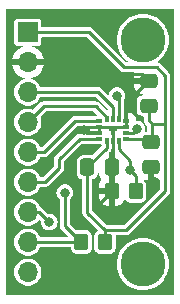
<source format=gbr>
%TF.GenerationSoftware,KiCad,Pcbnew,8.0.5*%
%TF.CreationDate,2024-09-23T16:28:14-04:00*%
%TF.ProjectId,ICM-42670-P-Breakout-Board,49434d2d-3432-4363-9730-2d502d427265,rev?*%
%TF.SameCoordinates,Original*%
%TF.FileFunction,Copper,L1,Top*%
%TF.FilePolarity,Positive*%
%FSLAX46Y46*%
G04 Gerber Fmt 4.6, Leading zero omitted, Abs format (unit mm)*
G04 Created by KiCad (PCBNEW 8.0.5) date 2024-09-23 16:28:14*
%MOMM*%
%LPD*%
G01*
G04 APERTURE LIST*
G04 Aperture macros list*
%AMRoundRect*
0 Rectangle with rounded corners*
0 $1 Rounding radius*
0 $2 $3 $4 $5 $6 $7 $8 $9 X,Y pos of 4 corners*
0 Add a 4 corners polygon primitive as box body*
4,1,4,$2,$3,$4,$5,$6,$7,$8,$9,$2,$3,0*
0 Add four circle primitives for the rounded corners*
1,1,$1+$1,$2,$3*
1,1,$1+$1,$4,$5*
1,1,$1+$1,$6,$7*
1,1,$1+$1,$8,$9*
0 Add four rect primitives between the rounded corners*
20,1,$1+$1,$2,$3,$4,$5,0*
20,1,$1+$1,$4,$5,$6,$7,0*
20,1,$1+$1,$6,$7,$8,$9,0*
20,1,$1+$1,$8,$9,$2,$3,0*%
G04 Aperture macros list end*
%TA.AperFunction,SMDPad,CuDef*%
%ADD10RoundRect,0.250000X-0.475000X0.337500X-0.475000X-0.337500X0.475000X-0.337500X0.475000X0.337500X0*%
%TD*%
%TA.AperFunction,SMDPad,CuDef*%
%ADD11RoundRect,0.250000X0.475000X-0.337500X0.475000X0.337500X-0.475000X0.337500X-0.475000X-0.337500X0*%
%TD*%
%TA.AperFunction,SMDPad,CuDef*%
%ADD12R,0.600000X0.300000*%
%TD*%
%TA.AperFunction,SMDPad,CuDef*%
%ADD13R,0.300000X0.600000*%
%TD*%
%TA.AperFunction,ConnectorPad*%
%ADD14C,3.800000*%
%TD*%
%TA.AperFunction,ComponentPad*%
%ADD15C,2.600000*%
%TD*%
%TA.AperFunction,SMDPad,CuDef*%
%ADD16RoundRect,0.250000X-0.350000X-0.450000X0.350000X-0.450000X0.350000X0.450000X-0.350000X0.450000X0*%
%TD*%
%TA.AperFunction,ComponentPad*%
%ADD17R,1.700000X1.700000*%
%TD*%
%TA.AperFunction,ComponentPad*%
%ADD18O,1.700000X1.700000*%
%TD*%
%TA.AperFunction,SMDPad,CuDef*%
%ADD19RoundRect,0.250000X-0.337500X-0.475000X0.337500X-0.475000X0.337500X0.475000X-0.337500X0.475000X0*%
%TD*%
%TA.AperFunction,SMDPad,CuDef*%
%ADD20RoundRect,0.250000X0.350000X0.450000X-0.350000X0.450000X-0.350000X-0.450000X0.350000X-0.450000X0*%
%TD*%
%TA.AperFunction,ViaPad*%
%ADD21C,0.800000*%
%TD*%
%TA.AperFunction,Conductor*%
%ADD22C,0.250000*%
%TD*%
G04 APERTURE END LIST*
D10*
%TO.P,C1,1*%
%TO.N,/VCC*%
X147300000Y-93562500D03*
%TO.P,C1,2*%
%TO.N,GND*%
X147300000Y-95637500D03*
%TD*%
D11*
%TO.P,C2,1*%
%TO.N,/VCC*%
X147100000Y-90437500D03*
%TO.P,C2,2*%
%TO.N,GND*%
X147100000Y-88362500D03*
%TD*%
D12*
%TO.P,IC1,1,AP_SDO_/_AP_AD0*%
%TO.N,/SDO{slash}ADO*%
X142900000Y-91750000D03*
%TO.P,IC1,2,RESV_1*%
%TO.N,GND*%
X142900000Y-92250000D03*
%TO.P,IC1,3,RESV_2*%
X142900000Y-92750000D03*
%TO.P,IC1,4,INT1_/_INT*%
%TO.N,/INT1*%
X142900000Y-93250000D03*
D13*
%TO.P,IC1,5,VDDIO*%
%TO.N,/VCC*%
X143550000Y-93400000D03*
%TO.P,IC1,6,GND*%
%TO.N,GND*%
X144050000Y-93400000D03*
%TO.P,IC1,7,FSYNC*%
%TO.N,/FSYNC*%
X144550000Y-93400000D03*
D12*
%TO.P,IC1,8,VDD*%
%TO.N,/VCC*%
X145200000Y-93250000D03*
%TO.P,IC1,9,INT2*%
%TO.N,/INT2*%
X145200000Y-92750000D03*
%TO.P,IC1,10,RESV_3*%
%TO.N,GND*%
X145200000Y-92250000D03*
%TO.P,IC1,11,RESV_4*%
X145200000Y-91750000D03*
D13*
%TO.P,IC1,12,AP_CS*%
%TO.N,/CS*%
X144550000Y-91600000D03*
%TO.P,IC1,13,AP_SCL_/_AP_SCLK*%
%TO.N,/SCL{slash}SCLK*%
X144050000Y-91600000D03*
%TO.P,IC1,14,AP_SDA_/_AP_SDIO_/_AP_SDI*%
%TO.N,/SDA{slash}SDIO{slash}SDI*%
X143550000Y-91600000D03*
%TD*%
D14*
%TO.P,H2,1*%
%TO.N,N/C*%
X146610000Y-103860000D03*
D15*
X146610000Y-103860000D03*
%TD*%
D14*
%TO.P,H1,1*%
%TO.N,N/C*%
X146610000Y-84890000D03*
D15*
X146610000Y-84890000D03*
%TD*%
D16*
%TO.P,R2,1*%
%TO.N,/CS*%
X141400000Y-102000000D03*
%TO.P,R2,2*%
%TO.N,/VCC*%
X143400000Y-102000000D03*
%TD*%
D17*
%TO.P,J1,1,Pin_1*%
%TO.N,/VCC*%
X136870000Y-84220000D03*
D18*
%TO.P,J1,2,Pin_2*%
%TO.N,GND*%
X136870000Y-86760000D03*
%TO.P,J1,3,Pin_3*%
%TO.N,/SCL{slash}SCLK*%
X136870000Y-89300000D03*
%TO.P,J1,4,Pin_4*%
%TO.N,/SDA{slash}SDIO{slash}SDI*%
X136870000Y-91840000D03*
%TO.P,J1,5,Pin_5*%
%TO.N,/SDO{slash}ADO*%
X136870000Y-94380000D03*
%TO.P,J1,6,Pin_6*%
%TO.N,/INT1*%
X136870000Y-96920000D03*
%TO.P,J1,7,Pin_7*%
%TO.N,/INT2*%
X136870000Y-99460000D03*
%TO.P,J1,8,Pin_8*%
%TO.N,/CS*%
X136870000Y-102000000D03*
%TO.P,J1,9,Pin_9*%
%TO.N,/FSYNC*%
X136870000Y-104540000D03*
%TD*%
D19*
%TO.P,C3,1*%
%TO.N,/VCC*%
X141900000Y-95664000D03*
%TO.P,C3,2*%
%TO.N,GND*%
X143975000Y-95664000D03*
%TD*%
D20*
%TO.P,R1,1*%
%TO.N,/FSYNC*%
X146000000Y-97700000D03*
%TO.P,R1,2*%
%TO.N,GND*%
X144000000Y-97700000D03*
%TD*%
D21*
%TO.N,GND*%
X142900000Y-99000000D03*
X144100000Y-87800000D03*
X147600000Y-96900000D03*
X141600000Y-92500000D03*
%TO.N,/FSYNC*%
X145500000Y-95900000D03*
%TO.N,/INT2*%
X146103165Y-92422891D03*
X138675500Y-100300000D03*
%TO.N,/CS*%
X144400000Y-89600000D03*
X140000000Y-97800000D03*
%TD*%
D22*
%TO.N,/VCC*%
X148500000Y-87900000D02*
X147800000Y-87200000D01*
X145200000Y-93250000D02*
X146987500Y-93250000D01*
X147100000Y-91700000D02*
X147400000Y-92000000D01*
X148500000Y-91500000D02*
X148500000Y-87900000D01*
X141900000Y-95664000D02*
X143550000Y-94014000D01*
X141900000Y-99500000D02*
X141900000Y-95664000D01*
X143550000Y-94014000D02*
X143550000Y-93400000D01*
X147400000Y-93462500D02*
X147300000Y-93562500D01*
X147400000Y-92000000D02*
X147400000Y-93462500D01*
X145000000Y-87200000D02*
X142020000Y-84220000D01*
X145200000Y-101000000D02*
X143400000Y-101000000D01*
X148500000Y-92000000D02*
X148500000Y-91500000D01*
X148500000Y-97700000D02*
X148500000Y-92000000D01*
X148500000Y-97700000D02*
X145200000Y-101000000D01*
X143400000Y-101000000D02*
X141900000Y-99500000D01*
X146987500Y-93250000D02*
X147300000Y-93562500D01*
X147100000Y-90437500D02*
X147100000Y-91700000D01*
X147400000Y-92000000D02*
X148500000Y-92000000D01*
X143400000Y-102000000D02*
X143400000Y-101000000D01*
X142020000Y-84220000D02*
X136870000Y-84220000D01*
X147800000Y-87200000D02*
X145000000Y-87200000D01*
%TO.N,GND*%
X141850000Y-92750000D02*
X141600000Y-92500000D01*
X145200000Y-91750000D02*
X145200000Y-90200000D01*
X143060000Y-86760000D02*
X136870000Y-86760000D01*
X145200000Y-90200000D02*
X147037500Y-88362500D01*
X143975000Y-97675000D02*
X144000000Y-97700000D01*
X143975000Y-95664000D02*
X143975000Y-97675000D01*
X147300000Y-96600000D02*
X147600000Y-96900000D01*
X142900000Y-92250000D02*
X144050000Y-92250000D01*
X144050000Y-92250000D02*
X145200000Y-92250000D01*
X144100000Y-87800000D02*
X143060000Y-86760000D01*
X142900000Y-92750000D02*
X142900000Y-92250000D01*
X144100000Y-87800000D02*
X146537500Y-87800000D01*
X142900000Y-92750000D02*
X141850000Y-92750000D01*
X144050000Y-95589000D02*
X144050000Y-93400000D01*
X143975000Y-95664000D02*
X144050000Y-95589000D01*
X142900000Y-98800000D02*
X144000000Y-97700000D01*
X147300000Y-95637500D02*
X147300000Y-96600000D01*
X142900000Y-99000000D02*
X142900000Y-98800000D01*
X146537500Y-87800000D02*
X147100000Y-88362500D01*
X145200000Y-92250000D02*
X145200000Y-91750000D01*
X147037500Y-88362500D02*
X147100000Y-88362500D01*
X144050000Y-93400000D02*
X144050000Y-92250000D01*
%TO.N,/SDO{slash}ADO*%
X142900000Y-91750000D02*
X140850000Y-91750000D01*
X140850000Y-91750000D02*
X138220000Y-94380000D01*
X138220000Y-94380000D02*
X136870000Y-94380000D01*
%TO.N,/INT1*%
X141250000Y-93250000D02*
X139500000Y-95000000D01*
X139500000Y-95000000D02*
X139500000Y-95700000D01*
X139500000Y-95700000D02*
X138280000Y-96920000D01*
X138280000Y-96920000D02*
X136870000Y-96920000D01*
X142900000Y-93250000D02*
X141250000Y-93250000D01*
%TO.N,/FSYNC*%
X145500000Y-95100000D02*
X145500000Y-95900000D01*
X146000000Y-97700000D02*
X146000000Y-96400000D01*
X144550000Y-93400000D02*
X144550000Y-94150000D01*
X144550000Y-94150000D02*
X145500000Y-95100000D01*
X146000000Y-96400000D02*
X145500000Y-95900000D01*
%TO.N,/INT2*%
X146103165Y-92422891D02*
X145776056Y-92750000D01*
X136870000Y-99460000D02*
X137835500Y-99460000D01*
X137835500Y-99460000D02*
X138675500Y-100300000D01*
X145776056Y-92750000D02*
X145200000Y-92750000D01*
%TO.N,/CS*%
X140000000Y-100600000D02*
X140000000Y-97800000D01*
X141400000Y-102000000D02*
X140000000Y-100600000D01*
X144400000Y-89600000D02*
X144550000Y-89750000D01*
X141400000Y-102000000D02*
X136870000Y-102000000D01*
X144550000Y-89750000D02*
X144550000Y-91600000D01*
%TO.N,/SCL{slash}SCLK*%
X142800000Y-89300000D02*
X144050000Y-90550000D01*
X144050000Y-90550000D02*
X144050000Y-91600000D01*
X136870000Y-89300000D02*
X142800000Y-89300000D01*
%TO.N,/SDA{slash}SDIO{slash}SDI*%
X143550000Y-91600000D02*
X143550000Y-91450000D01*
X138210000Y-90500000D02*
X136870000Y-91840000D01*
X143550000Y-91450000D02*
X142600000Y-90500000D01*
X142600000Y-90500000D02*
X138210000Y-90500000D01*
%TD*%
%TA.AperFunction,Conductor*%
%TO.N,GND*%
G36*
X141858104Y-84659852D02*
G01*
X144659515Y-87461263D01*
X144738737Y-87540485D01*
X144771698Y-87559515D01*
X144835760Y-87596502D01*
X144835762Y-87596502D01*
X144835763Y-87596503D01*
X144862817Y-87603752D01*
X144943978Y-87625500D01*
X144943981Y-87625500D01*
X144943982Y-87625500D01*
X145893026Y-87625500D01*
X145927674Y-87639852D01*
X145942026Y-87674500D01*
X145934729Y-87700226D01*
X145933344Y-87702470D01*
X145933342Y-87702474D01*
X145877605Y-87870678D01*
X145867000Y-87974489D01*
X145867000Y-88108500D01*
X147305000Y-88108500D01*
X147339648Y-88122852D01*
X147354000Y-88157500D01*
X147354000Y-88567500D01*
X147339648Y-88602148D01*
X147305000Y-88616500D01*
X145867000Y-88616500D01*
X145867000Y-88750510D01*
X145877605Y-88854321D01*
X145933342Y-89022525D01*
X146026364Y-89173338D01*
X146151661Y-89298635D01*
X146302474Y-89391657D01*
X146470678Y-89447394D01*
X146551496Y-89455650D01*
X146584506Y-89473448D01*
X146595262Y-89509376D01*
X146577464Y-89542386D01*
X146552359Y-89553046D01*
X146493443Y-89560121D01*
X146493437Y-89560122D01*
X146493436Y-89560123D01*
X146409034Y-89593407D01*
X146352655Y-89615640D01*
X146232078Y-89707078D01*
X146140640Y-89827655D01*
X146140639Y-89827658D01*
X146101098Y-89927928D01*
X146085123Y-89968437D01*
X146085121Y-89968443D01*
X146074500Y-90056894D01*
X146074500Y-90818105D01*
X146085121Y-90906556D01*
X146085122Y-90906560D01*
X146085123Y-90906564D01*
X146125500Y-91008952D01*
X146140640Y-91047344D01*
X146151445Y-91061592D01*
X146232078Y-91167922D01*
X146295283Y-91215852D01*
X146347086Y-91255136D01*
X146352658Y-91259361D01*
X146493436Y-91314877D01*
X146493442Y-91314877D01*
X146493443Y-91314878D01*
X146581895Y-91325500D01*
X146581898Y-91325500D01*
X146625500Y-91325500D01*
X146660148Y-91339852D01*
X146674500Y-91374500D01*
X146674500Y-91756021D01*
X146703496Y-91864235D01*
X146703497Y-91864239D01*
X146759515Y-91961263D01*
X146960148Y-92161896D01*
X146974500Y-92196544D01*
X146974500Y-92625500D01*
X146960148Y-92660148D01*
X146925500Y-92674500D01*
X146827916Y-92674500D01*
X146793268Y-92660148D01*
X146778916Y-92625500D01*
X146782100Y-92608124D01*
X146788303Y-92591767D01*
X146788305Y-92591763D01*
X146808810Y-92422891D01*
X146788305Y-92254019D01*
X146727983Y-92094961D01*
X146698544Y-92052312D01*
X146631348Y-91954962D01*
X146553108Y-91885648D01*
X146504017Y-91842157D01*
X146504009Y-91842153D01*
X146504008Y-91842152D01*
X146353389Y-91763100D01*
X146188221Y-91722391D01*
X146057000Y-91722391D01*
X146022352Y-91708039D01*
X146008000Y-91673391D01*
X146008000Y-91551403D01*
X146001496Y-91490909D01*
X145950444Y-91354035D01*
X145862903Y-91237096D01*
X145745964Y-91149555D01*
X145609090Y-91098503D01*
X145548596Y-91092000D01*
X145350000Y-91092000D01*
X145350000Y-91851000D01*
X145335648Y-91885648D01*
X145301000Y-91900000D01*
X145099000Y-91900000D01*
X145064352Y-91885648D01*
X145050000Y-91851000D01*
X145050000Y-91092000D01*
X145024500Y-91092000D01*
X144989852Y-91077648D01*
X144975500Y-91043000D01*
X144975500Y-90014647D01*
X144984173Y-89986812D01*
X145024818Y-89927930D01*
X145085140Y-89768872D01*
X145105645Y-89600000D01*
X145085140Y-89431128D01*
X145024818Y-89272070D01*
X144928183Y-89132071D01*
X144800852Y-89019266D01*
X144800844Y-89019262D01*
X144800843Y-89019261D01*
X144650224Y-88940209D01*
X144485056Y-88899500D01*
X144314944Y-88899500D01*
X144149775Y-88940209D01*
X143999156Y-89019261D01*
X143999151Y-89019264D01*
X143999148Y-89019266D01*
X143973069Y-89042369D01*
X143871816Y-89132071D01*
X143775182Y-89272068D01*
X143775181Y-89272070D01*
X143714861Y-89431124D01*
X143714861Y-89431125D01*
X143714860Y-89431128D01*
X143707286Y-89493506D01*
X143688862Y-89526171D01*
X143652736Y-89536242D01*
X143623995Y-89522247D01*
X143061263Y-88959515D01*
X142964239Y-88903497D01*
X142964235Y-88903496D01*
X142856021Y-88874500D01*
X142856018Y-88874500D01*
X137973706Y-88874500D01*
X137939058Y-88860148D01*
X137929843Y-88847341D01*
X137852367Y-88691747D01*
X137852366Y-88691746D01*
X137852366Y-88691745D01*
X137723872Y-88521593D01*
X137723871Y-88521592D01*
X137566306Y-88377951D01*
X137566303Y-88377949D01*
X137566302Y-88377948D01*
X137385019Y-88265702D01*
X137385016Y-88265701D01*
X137385015Y-88265700D01*
X137186199Y-88188679D01*
X137162665Y-88184279D01*
X137131244Y-88163804D01*
X137123505Y-88127109D01*
X137143980Y-88095688D01*
X137163606Y-88087782D01*
X137204513Y-88080956D01*
X137417369Y-88007882D01*
X137417379Y-88007878D01*
X137615291Y-87900773D01*
X137615305Y-87900764D01*
X137792897Y-87762539D01*
X137945326Y-87596956D01*
X138068415Y-87408555D01*
X138068419Y-87408549D01*
X138158820Y-87202455D01*
X138206543Y-87014000D01*
X137300703Y-87014000D01*
X137335925Y-86952993D01*
X137370000Y-86825826D01*
X137370000Y-86694174D01*
X137335925Y-86567007D01*
X137300703Y-86506000D01*
X138206543Y-86506000D01*
X138158820Y-86317544D01*
X138068419Y-86111450D01*
X138068415Y-86111444D01*
X137945326Y-85923043D01*
X137792897Y-85757460D01*
X137615305Y-85619235D01*
X137615291Y-85619226D01*
X137417379Y-85512121D01*
X137417369Y-85512117D01*
X137282581Y-85465844D01*
X137254470Y-85441020D01*
X137252146Y-85403589D01*
X137276970Y-85375478D01*
X137298489Y-85370499D01*
X137764864Y-85370499D01*
X137789991Y-85367585D01*
X137892765Y-85322206D01*
X137972206Y-85242765D01*
X138017585Y-85139991D01*
X138020500Y-85114865D01*
X138020500Y-84694500D01*
X138034852Y-84659852D01*
X138069500Y-84645500D01*
X141823456Y-84645500D01*
X141858104Y-84659852D01*
G37*
%TD.AperFunction*%
%TA.AperFunction,Conductor*%
G36*
X149235648Y-82264352D02*
G01*
X149250000Y-82299000D01*
X149250000Y-106451000D01*
X149235648Y-106485648D01*
X149201000Y-106500000D01*
X135049000Y-106500000D01*
X135014352Y-106485648D01*
X135000000Y-106451000D01*
X135000000Y-104540000D01*
X135714571Y-104540000D01*
X135734243Y-104752306D01*
X135734244Y-104752312D01*
X135792593Y-104957384D01*
X135792597Y-104957394D01*
X135887632Y-105148252D01*
X135887635Y-105148256D01*
X136016125Y-105318404D01*
X136016128Y-105318407D01*
X136173693Y-105462048D01*
X136173694Y-105462049D01*
X136173698Y-105462052D01*
X136354981Y-105574298D01*
X136354984Y-105574299D01*
X136553796Y-105651319D01*
X136553797Y-105651319D01*
X136553802Y-105651321D01*
X136763390Y-105690500D01*
X136763392Y-105690500D01*
X136976608Y-105690500D01*
X136976610Y-105690500D01*
X137186198Y-105651321D01*
X137385019Y-105574298D01*
X137566302Y-105462052D01*
X137723872Y-105318407D01*
X137852366Y-105148255D01*
X137947405Y-104957389D01*
X138005756Y-104752310D01*
X138025429Y-104540000D01*
X138005756Y-104327690D01*
X137947405Y-104122611D01*
X137852366Y-103931745D01*
X137798185Y-103859999D01*
X144404778Y-103859999D01*
X144404778Y-103860000D01*
X144423643Y-104147833D01*
X144479917Y-104430747D01*
X144572640Y-104703900D01*
X144700222Y-104962611D01*
X144860479Y-105202454D01*
X144961808Y-105317997D01*
X145050673Y-105419327D01*
X145166216Y-105520655D01*
X145267545Y-105609520D01*
X145388741Y-105690500D01*
X145507389Y-105769778D01*
X145766098Y-105897359D01*
X146039247Y-105990081D01*
X146322161Y-106046356D01*
X146562026Y-106062077D01*
X146609999Y-106065222D01*
X146610000Y-106065222D01*
X146610001Y-106065222D01*
X146651119Y-106062526D01*
X146897839Y-106046356D01*
X147180753Y-105990081D01*
X147453902Y-105897359D01*
X147712611Y-105769778D01*
X147952454Y-105609520D01*
X148169327Y-105419327D01*
X148359520Y-105202454D01*
X148519778Y-104962611D01*
X148647359Y-104703902D01*
X148740081Y-104430753D01*
X148796356Y-104147839D01*
X148815222Y-103860000D01*
X148796356Y-103572161D01*
X148740081Y-103289247D01*
X148647359Y-103016098D01*
X148519778Y-102757389D01*
X148466600Y-102677803D01*
X148359520Y-102517545D01*
X148270655Y-102416216D01*
X148169327Y-102300673D01*
X148067997Y-102211808D01*
X147952454Y-102110479D01*
X147712611Y-101950222D01*
X147453900Y-101822640D01*
X147180747Y-101729917D01*
X146952569Y-101684530D01*
X146897839Y-101673644D01*
X146897837Y-101673643D01*
X146897833Y-101673643D01*
X146610001Y-101654778D01*
X146609999Y-101654778D01*
X146322166Y-101673643D01*
X146039252Y-101729917D01*
X145766099Y-101822640D01*
X145507388Y-101950222D01*
X145267545Y-102110479D01*
X145050673Y-102300673D01*
X144860479Y-102517545D01*
X144700222Y-102757388D01*
X144572640Y-103016099D01*
X144479917Y-103289252D01*
X144423643Y-103572166D01*
X144404778Y-103859999D01*
X137798185Y-103859999D01*
X137723872Y-103761593D01*
X137723871Y-103761592D01*
X137566306Y-103617951D01*
X137566303Y-103617949D01*
X137566302Y-103617948D01*
X137385019Y-103505702D01*
X137385016Y-103505701D01*
X137385015Y-103505700D01*
X137186203Y-103428680D01*
X137186198Y-103428679D01*
X136976610Y-103389500D01*
X136763390Y-103389500D01*
X136605236Y-103419064D01*
X136553796Y-103428680D01*
X136354984Y-103505700D01*
X136173693Y-103617951D01*
X136016128Y-103761592D01*
X136016125Y-103761595D01*
X135887635Y-103931743D01*
X135887632Y-103931747D01*
X135792597Y-104122605D01*
X135792593Y-104122615D01*
X135734244Y-104327687D01*
X135734243Y-104327693D01*
X135714571Y-104540000D01*
X135000000Y-104540000D01*
X135000000Y-102000000D01*
X135714571Y-102000000D01*
X135734243Y-102212306D01*
X135734244Y-102212312D01*
X135792593Y-102417384D01*
X135792597Y-102417394D01*
X135887632Y-102608252D01*
X135887635Y-102608256D01*
X136016125Y-102778404D01*
X136016128Y-102778407D01*
X136173693Y-102922048D01*
X136173694Y-102922049D01*
X136173698Y-102922052D01*
X136354981Y-103034298D01*
X136354984Y-103034299D01*
X136553796Y-103111319D01*
X136553797Y-103111319D01*
X136553802Y-103111321D01*
X136763390Y-103150500D01*
X136763392Y-103150500D01*
X136976608Y-103150500D01*
X136976610Y-103150500D01*
X137186198Y-103111321D01*
X137385019Y-103034298D01*
X137566302Y-102922052D01*
X137723872Y-102778407D01*
X137852366Y-102608255D01*
X137929843Y-102452659D01*
X137958134Y-102428040D01*
X137973706Y-102425500D01*
X140450500Y-102425500D01*
X140485148Y-102439852D01*
X140499500Y-102474500D01*
X140499500Y-102493105D01*
X140510121Y-102581556D01*
X140510122Y-102581560D01*
X140510123Y-102581564D01*
X140565639Y-102722342D01*
X140565640Y-102722344D01*
X140592215Y-102757388D01*
X140657078Y-102842922D01*
X140777658Y-102934361D01*
X140918436Y-102989877D01*
X140918442Y-102989877D01*
X140918443Y-102989878D01*
X141006895Y-103000500D01*
X141006898Y-103000500D01*
X141793105Y-103000500D01*
X141881556Y-102989878D01*
X141881556Y-102989877D01*
X141881564Y-102989877D01*
X142022342Y-102934361D01*
X142142922Y-102842922D01*
X142234361Y-102722342D01*
X142289877Y-102581564D01*
X142300500Y-102493102D01*
X142300500Y-101506898D01*
X142298573Y-101490852D01*
X142289878Y-101418443D01*
X142289877Y-101418442D01*
X142289877Y-101418436D01*
X142234361Y-101277658D01*
X142142922Y-101157078D01*
X142038574Y-101077948D01*
X142022344Y-101065640D01*
X142022342Y-101065639D01*
X141881564Y-101010123D01*
X141881560Y-101010122D01*
X141881556Y-101010121D01*
X141793105Y-100999500D01*
X141793102Y-100999500D01*
X141021544Y-100999500D01*
X140986896Y-100985148D01*
X140439852Y-100438104D01*
X140425500Y-100403456D01*
X140425500Y-98380950D01*
X140439852Y-98346302D01*
X140442007Y-98344273D01*
X140487104Y-98304321D01*
X140528183Y-98267929D01*
X140624818Y-98127930D01*
X140685140Y-97968872D01*
X140705645Y-97800000D01*
X140685140Y-97631128D01*
X140624818Y-97472070D01*
X140528183Y-97332071D01*
X140400852Y-97219266D01*
X140400844Y-97219262D01*
X140400843Y-97219261D01*
X140250224Y-97140209D01*
X140085056Y-97099500D01*
X139914944Y-97099500D01*
X139749775Y-97140209D01*
X139599156Y-97219261D01*
X139599151Y-97219264D01*
X139599148Y-97219266D01*
X139599146Y-97219268D01*
X139471816Y-97332071D01*
X139375182Y-97472068D01*
X139375181Y-97472070D01*
X139314861Y-97631125D01*
X139314860Y-97631128D01*
X139294355Y-97800000D01*
X139314860Y-97968872D01*
X139314861Y-97968874D01*
X139375181Y-98127929D01*
X139375182Y-98127931D01*
X139471816Y-98267928D01*
X139557993Y-98344273D01*
X139574411Y-98377991D01*
X139574500Y-98380950D01*
X139574500Y-100656021D01*
X139603496Y-100764235D01*
X139603497Y-100764239D01*
X139659515Y-100861263D01*
X140289104Y-101490852D01*
X140303456Y-101525500D01*
X140289104Y-101560148D01*
X140254456Y-101574500D01*
X137973706Y-101574500D01*
X137939058Y-101560148D01*
X137929843Y-101547341D01*
X137852367Y-101391747D01*
X137852366Y-101391746D01*
X137852366Y-101391745D01*
X137766211Y-101277658D01*
X137723874Y-101221595D01*
X137723871Y-101221592D01*
X137566306Y-101077951D01*
X137566303Y-101077949D01*
X137566302Y-101077948D01*
X137385019Y-100965702D01*
X137385016Y-100965701D01*
X137385015Y-100965700D01*
X137186203Y-100888680D01*
X137186198Y-100888679D01*
X136976610Y-100849500D01*
X136763390Y-100849500D01*
X136605236Y-100879064D01*
X136553796Y-100888680D01*
X136354984Y-100965700D01*
X136173693Y-101077951D01*
X136016128Y-101221592D01*
X136016125Y-101221595D01*
X135887635Y-101391743D01*
X135887632Y-101391747D01*
X135792597Y-101582605D01*
X135792593Y-101582615D01*
X135734244Y-101787687D01*
X135734243Y-101787693D01*
X135714571Y-102000000D01*
X135000000Y-102000000D01*
X135000000Y-99460000D01*
X135714571Y-99460000D01*
X135734243Y-99672306D01*
X135734244Y-99672312D01*
X135792593Y-99877384D01*
X135792597Y-99877394D01*
X135887632Y-100068252D01*
X135887635Y-100068256D01*
X136016125Y-100238404D01*
X136016128Y-100238407D01*
X136173693Y-100382048D01*
X136173694Y-100382049D01*
X136173698Y-100382052D01*
X136354981Y-100494298D01*
X136354984Y-100494299D01*
X136553796Y-100571319D01*
X136553797Y-100571319D01*
X136553802Y-100571321D01*
X136763390Y-100610500D01*
X136763392Y-100610500D01*
X136976608Y-100610500D01*
X136976610Y-100610500D01*
X137186198Y-100571321D01*
X137385019Y-100494298D01*
X137566302Y-100382052D01*
X137723872Y-100238407D01*
X137813974Y-100119091D01*
X137846307Y-100100091D01*
X137882606Y-100109518D01*
X137887725Y-100113973D01*
X137964233Y-100190481D01*
X137978585Y-100225129D01*
X137978228Y-100231035D01*
X137977333Y-100238407D01*
X137969855Y-100300000D01*
X137990360Y-100468872D01*
X137990361Y-100468874D01*
X138050681Y-100627929D01*
X138050682Y-100627931D01*
X138144770Y-100764239D01*
X138147317Y-100767929D01*
X138274648Y-100880734D01*
X138425275Y-100959790D01*
X138590444Y-101000500D01*
X138760556Y-101000500D01*
X138925725Y-100959790D01*
X139076352Y-100880734D01*
X139203683Y-100767929D01*
X139300318Y-100627930D01*
X139360640Y-100468872D01*
X139381145Y-100300000D01*
X139360640Y-100131128D01*
X139300318Y-99972070D01*
X139234967Y-99877394D01*
X139203683Y-99832071D01*
X139076352Y-99719266D01*
X139076344Y-99719262D01*
X139076343Y-99719261D01*
X138925724Y-99640209D01*
X138760556Y-99599500D01*
X138597044Y-99599500D01*
X138562396Y-99585148D01*
X138096763Y-99119515D01*
X137999739Y-99063497D01*
X137999736Y-99063496D01*
X137972684Y-99056248D01*
X137942931Y-99033418D01*
X137941503Y-99030759D01*
X137852367Y-98851747D01*
X137852366Y-98851746D01*
X137852366Y-98851745D01*
X137730128Y-98689877D01*
X137723874Y-98681595D01*
X137723871Y-98681592D01*
X137566306Y-98537951D01*
X137566303Y-98537949D01*
X137566302Y-98537948D01*
X137385019Y-98425702D01*
X137385016Y-98425701D01*
X137385015Y-98425700D01*
X137186203Y-98348680D01*
X137162628Y-98344273D01*
X136976610Y-98309500D01*
X136763390Y-98309500D01*
X136605236Y-98339064D01*
X136553796Y-98348680D01*
X136354984Y-98425700D01*
X136173693Y-98537951D01*
X136016128Y-98681592D01*
X136016125Y-98681595D01*
X135887635Y-98851743D01*
X135887632Y-98851747D01*
X135792597Y-99042605D01*
X135792593Y-99042615D01*
X135734244Y-99247687D01*
X135734243Y-99247693D01*
X135714571Y-99460000D01*
X135000000Y-99460000D01*
X135000000Y-86506000D01*
X135533457Y-86506000D01*
X136439297Y-86506000D01*
X136404075Y-86567007D01*
X136370000Y-86694174D01*
X136370000Y-86825826D01*
X136404075Y-86952993D01*
X136439297Y-87014000D01*
X135533457Y-87014000D01*
X135581179Y-87202455D01*
X135671580Y-87408549D01*
X135671584Y-87408555D01*
X135794673Y-87596956D01*
X135947102Y-87762539D01*
X136124694Y-87900764D01*
X136124708Y-87900773D01*
X136322620Y-88007878D01*
X136322630Y-88007882D01*
X136535486Y-88080956D01*
X136576394Y-88087782D01*
X136608207Y-88107641D01*
X136616661Y-88144179D01*
X136596802Y-88175992D01*
X136577335Y-88184279D01*
X136553799Y-88188679D01*
X136354984Y-88265700D01*
X136173693Y-88377951D01*
X136016128Y-88521592D01*
X136016125Y-88521595D01*
X135887635Y-88691743D01*
X135887632Y-88691747D01*
X135792597Y-88882605D01*
X135792593Y-88882615D01*
X135734244Y-89087687D01*
X135734243Y-89087693D01*
X135714571Y-89300000D01*
X135734243Y-89512306D01*
X135734244Y-89512312D01*
X135792593Y-89717384D01*
X135792597Y-89717394D01*
X135887632Y-89908252D01*
X135887633Y-89908254D01*
X135887634Y-89908255D01*
X135902492Y-89927930D01*
X136016125Y-90078404D01*
X136016128Y-90078407D01*
X136173693Y-90222048D01*
X136173694Y-90222049D01*
X136173698Y-90222052D01*
X136354981Y-90334298D01*
X136354984Y-90334299D01*
X136553796Y-90411319D01*
X136553797Y-90411319D01*
X136553802Y-90411321D01*
X136763390Y-90450500D01*
X136763392Y-90450500D01*
X136976608Y-90450500D01*
X136976610Y-90450500D01*
X137186198Y-90411321D01*
X137385019Y-90334298D01*
X137566302Y-90222052D01*
X137723872Y-90078407D01*
X137852366Y-89908255D01*
X137929843Y-89752659D01*
X137958134Y-89728040D01*
X137973706Y-89725500D01*
X142603456Y-89725500D01*
X142638104Y-89739852D01*
X143610148Y-90711896D01*
X143624500Y-90746544D01*
X143624500Y-90804456D01*
X143610148Y-90839104D01*
X143575500Y-90853456D01*
X143540852Y-90839104D01*
X142861263Y-90159515D01*
X142764239Y-90103497D01*
X142764235Y-90103496D01*
X142656021Y-90074500D01*
X142656018Y-90074500D01*
X138266018Y-90074500D01*
X138153981Y-90074500D01*
X138153978Y-90074500D01*
X138045764Y-90103496D01*
X138045760Y-90103497D01*
X137948736Y-90159515D01*
X137948735Y-90159516D01*
X137348153Y-90760097D01*
X137313505Y-90774449D01*
X137295804Y-90771140D01*
X137186203Y-90728680D01*
X137173193Y-90726248D01*
X136976610Y-90689500D01*
X136763390Y-90689500D01*
X136643583Y-90711896D01*
X136553796Y-90728680D01*
X136354984Y-90805700D01*
X136173693Y-90917951D01*
X136016128Y-91061592D01*
X136016125Y-91061595D01*
X135887635Y-91231743D01*
X135887632Y-91231747D01*
X135792597Y-91422605D01*
X135792593Y-91422615D01*
X135734244Y-91627687D01*
X135734243Y-91627693D01*
X135714571Y-91840000D01*
X135734243Y-92052306D01*
X135734244Y-92052312D01*
X135792593Y-92257384D01*
X135792597Y-92257394D01*
X135887632Y-92448252D01*
X135887633Y-92448254D01*
X135887634Y-92448255D01*
X135919757Y-92490793D01*
X136016125Y-92618404D01*
X136016128Y-92618407D01*
X136173693Y-92762048D01*
X136173694Y-92762049D01*
X136173698Y-92762052D01*
X136354981Y-92874298D01*
X136421254Y-92899972D01*
X136553796Y-92951319D01*
X136553797Y-92951319D01*
X136553802Y-92951321D01*
X136763390Y-92990500D01*
X136763392Y-92990500D01*
X136976608Y-92990500D01*
X136976610Y-92990500D01*
X137186198Y-92951321D01*
X137385019Y-92874298D01*
X137566302Y-92762052D01*
X137723872Y-92618407D01*
X137852366Y-92448255D01*
X137947405Y-92257389D01*
X138005756Y-92052310D01*
X138025429Y-91840000D01*
X138005756Y-91627690D01*
X137947405Y-91422611D01*
X137947400Y-91422600D01*
X137943751Y-91415271D01*
X137941153Y-91377858D01*
X137952963Y-91358783D01*
X138371896Y-90939852D01*
X138406544Y-90925500D01*
X142403456Y-90925500D01*
X142438104Y-90939852D01*
X142714104Y-91215852D01*
X142728456Y-91250500D01*
X142714104Y-91285148D01*
X142679456Y-91299500D01*
X142555141Y-91299500D01*
X142555131Y-91299501D01*
X142530007Y-91302415D01*
X142489446Y-91320325D01*
X142469654Y-91324500D01*
X140793979Y-91324500D01*
X140685764Y-91353496D01*
X140685760Y-91353497D01*
X140588736Y-91409515D01*
X140588736Y-91409516D01*
X138058104Y-93940148D01*
X138023456Y-93954500D01*
X137973706Y-93954500D01*
X137939058Y-93940148D01*
X137929843Y-93927341D01*
X137852367Y-93771747D01*
X137852366Y-93771746D01*
X137852366Y-93771745D01*
X137782837Y-93679675D01*
X137723874Y-93601595D01*
X137723871Y-93601592D01*
X137566306Y-93457951D01*
X137566303Y-93457949D01*
X137566302Y-93457948D01*
X137385019Y-93345702D01*
X137385016Y-93345701D01*
X137385015Y-93345700D01*
X137186203Y-93268680D01*
X137186198Y-93268679D01*
X136976610Y-93229500D01*
X136763390Y-93229500D01*
X136605236Y-93259064D01*
X136553796Y-93268680D01*
X136354984Y-93345700D01*
X136173693Y-93457951D01*
X136016128Y-93601592D01*
X136016125Y-93601595D01*
X135887635Y-93771743D01*
X135887632Y-93771747D01*
X135792597Y-93962605D01*
X135792593Y-93962615D01*
X135734244Y-94167687D01*
X135734243Y-94167693D01*
X135714571Y-94380000D01*
X135734243Y-94592306D01*
X135734244Y-94592312D01*
X135792593Y-94797384D01*
X135792597Y-94797394D01*
X135887632Y-94988252D01*
X135887635Y-94988256D01*
X136016125Y-95158404D01*
X136016128Y-95158407D01*
X136173693Y-95302048D01*
X136173694Y-95302049D01*
X136173698Y-95302052D01*
X136354981Y-95414298D01*
X136354984Y-95414299D01*
X136553796Y-95491319D01*
X136553797Y-95491319D01*
X136553802Y-95491321D01*
X136763390Y-95530500D01*
X136763392Y-95530500D01*
X136976608Y-95530500D01*
X136976610Y-95530500D01*
X137186198Y-95491321D01*
X137385019Y-95414298D01*
X137566302Y-95302052D01*
X137723872Y-95158407D01*
X137852366Y-94988255D01*
X137895161Y-94902308D01*
X137929843Y-94832659D01*
X137958134Y-94808040D01*
X137973706Y-94805500D01*
X138276021Y-94805500D01*
X138276021Y-94805499D01*
X138384237Y-94776503D01*
X138481263Y-94720485D01*
X141011896Y-92189852D01*
X141046544Y-92175500D01*
X142469654Y-92175500D01*
X142489446Y-92179675D01*
X142499998Y-92184334D01*
X142530009Y-92197585D01*
X142555135Y-92200500D01*
X143244864Y-92200499D01*
X143269991Y-92197585D01*
X143280204Y-92193074D01*
X143317697Y-92192205D01*
X143319758Y-92193058D01*
X143330009Y-92197585D01*
X143355135Y-92200500D01*
X143744864Y-92200499D01*
X143769991Y-92197585D01*
X143780204Y-92193074D01*
X143817697Y-92192205D01*
X143819758Y-92193058D01*
X143830009Y-92197585D01*
X143855135Y-92200500D01*
X144244864Y-92200499D01*
X144269991Y-92197585D01*
X144280204Y-92193074D01*
X144317697Y-92192205D01*
X144319758Y-92193058D01*
X144330009Y-92197585D01*
X144355135Y-92200500D01*
X144744864Y-92200499D01*
X144769991Y-92197585D01*
X144872765Y-92152206D01*
X144910619Y-92114351D01*
X144945266Y-92100000D01*
X145301000Y-92100000D01*
X145335648Y-92114352D01*
X145350000Y-92149000D01*
X145350000Y-92250500D01*
X145335648Y-92285148D01*
X145301000Y-92299500D01*
X144855141Y-92299500D01*
X144855131Y-92299501D01*
X144830007Y-92302415D01*
X144727235Y-92347793D01*
X144708308Y-92366720D01*
X144689380Y-92385648D01*
X144654734Y-92400000D01*
X144392000Y-92400000D01*
X144392000Y-92448596D01*
X144398503Y-92509090D01*
X144414195Y-92551160D01*
X144412856Y-92588639D01*
X144385408Y-92614195D01*
X144351160Y-92614195D01*
X144309090Y-92598503D01*
X144248596Y-92592000D01*
X144200000Y-92592000D01*
X144200000Y-92854732D01*
X144185648Y-92889380D01*
X144147794Y-92927233D01*
X144102415Y-93030006D01*
X144099500Y-93055134D01*
X144099500Y-93744858D01*
X144099501Y-93744864D01*
X144102415Y-93769991D01*
X144120325Y-93810554D01*
X144124500Y-93830344D01*
X144124500Y-94206021D01*
X144153496Y-94314235D01*
X144153497Y-94314239D01*
X144209515Y-94411263D01*
X144214648Y-94416396D01*
X144229000Y-94451044D01*
X144229000Y-96449000D01*
X144239648Y-96459648D01*
X144254000Y-96494296D01*
X144254000Y-98908000D01*
X144400510Y-98908000D01*
X144504321Y-98897394D01*
X144672525Y-98841657D01*
X144823338Y-98748635D01*
X144948635Y-98623338D01*
X145041657Y-98472525D01*
X145041658Y-98472523D01*
X145064790Y-98402713D01*
X145089311Y-98374337D01*
X145126715Y-98371612D01*
X145155091Y-98396133D01*
X145156886Y-98400148D01*
X145165638Y-98422342D01*
X145203694Y-98472525D01*
X145257078Y-98542922D01*
X145377658Y-98634361D01*
X145518436Y-98689877D01*
X145518442Y-98689877D01*
X145518443Y-98689878D01*
X145606895Y-98700500D01*
X145606898Y-98700500D01*
X146393105Y-98700500D01*
X146481556Y-98689878D01*
X146481556Y-98689877D01*
X146481564Y-98689877D01*
X146622342Y-98634361D01*
X146742922Y-98542922D01*
X146834361Y-98422342D01*
X146889877Y-98281564D01*
X146891514Y-98267929D01*
X146900500Y-98193105D01*
X146900500Y-97206894D01*
X146889878Y-97118443D01*
X146889877Y-97118442D01*
X146889877Y-97118436D01*
X146834361Y-96977658D01*
X146742922Y-96857078D01*
X146688087Y-96815495D01*
X146669151Y-96783124D01*
X146678652Y-96746844D01*
X146711023Y-96727908D01*
X146722675Y-96727706D01*
X146774490Y-96733000D01*
X147046000Y-96733000D01*
X147046000Y-95432500D01*
X147060352Y-95397852D01*
X147095000Y-95383500D01*
X147505000Y-95383500D01*
X147539648Y-95397852D01*
X147554000Y-95432500D01*
X147554000Y-96733000D01*
X147825510Y-96733000D01*
X147929321Y-96722394D01*
X148010087Y-96695631D01*
X148047491Y-96698356D01*
X148072013Y-96726731D01*
X148074500Y-96742144D01*
X148074500Y-97503456D01*
X148060148Y-97538104D01*
X145038104Y-100560148D01*
X145003456Y-100574500D01*
X143596543Y-100574500D01*
X143561895Y-100560148D01*
X142339852Y-99338104D01*
X142325500Y-99303456D01*
X142325500Y-98200510D01*
X142892000Y-98200510D01*
X142902605Y-98304321D01*
X142958342Y-98472525D01*
X143051364Y-98623338D01*
X143176661Y-98748635D01*
X143327474Y-98841657D01*
X143495678Y-98897394D01*
X143599490Y-98908000D01*
X143746000Y-98908000D01*
X143746000Y-97954000D01*
X142892000Y-97954000D01*
X142892000Y-98200510D01*
X142325500Y-98200510D01*
X142325500Y-96727576D01*
X142339852Y-96692928D01*
X142366142Y-96680149D01*
X142366016Y-96679647D01*
X142368434Y-96679035D01*
X142368661Y-96678925D01*
X142369064Y-96678877D01*
X142509842Y-96623361D01*
X142630422Y-96531922D01*
X142721861Y-96411342D01*
X142777377Y-96270564D01*
X142784453Y-96211639D01*
X142802833Y-96178951D01*
X142838945Y-96168832D01*
X142871635Y-96187213D01*
X142881849Y-96212503D01*
X142890105Y-96293321D01*
X142945842Y-96461525D01*
X143038864Y-96612338D01*
X143092628Y-96666102D01*
X143106980Y-96700750D01*
X143092628Y-96735398D01*
X143051364Y-96776661D01*
X142958342Y-96927474D01*
X142902605Y-97095678D01*
X142892000Y-97199489D01*
X142892000Y-97446000D01*
X143746000Y-97446000D01*
X143746000Y-96940000D01*
X143735352Y-96929352D01*
X143721000Y-96894704D01*
X143721000Y-94465042D01*
X143735352Y-94430394D01*
X143765684Y-94400062D01*
X143807228Y-94358517D01*
X143807233Y-94358514D01*
X143811261Y-94354485D01*
X143811263Y-94354485D01*
X143890485Y-94275263D01*
X143946503Y-94178237D01*
X143975499Y-94070021D01*
X143975500Y-94070021D01*
X143975500Y-93830344D01*
X143979676Y-93810551D01*
X143997583Y-93769996D01*
X143997584Y-93769993D01*
X143997583Y-93769993D01*
X143997585Y-93769991D01*
X144000500Y-93744865D01*
X144000499Y-93055136D01*
X143997585Y-93030009D01*
X143952206Y-92927235D01*
X143952205Y-92927234D01*
X143952205Y-92927233D01*
X143914352Y-92889380D01*
X143900000Y-92854732D01*
X143900000Y-92592000D01*
X143851404Y-92592000D01*
X143790907Y-92598504D01*
X143774123Y-92604764D01*
X143736644Y-92603424D01*
X143711089Y-92575976D01*
X143708000Y-92558853D01*
X143708000Y-92551413D01*
X143703035Y-92505239D01*
X143703035Y-92494761D01*
X143708000Y-92448586D01*
X143708000Y-92400000D01*
X142092000Y-92400000D01*
X142092000Y-92448596D01*
X142096963Y-92494762D01*
X142096963Y-92505238D01*
X142092000Y-92551403D01*
X142092000Y-92600000D01*
X143001000Y-92600000D01*
X143035648Y-92614352D01*
X143050000Y-92649000D01*
X143050000Y-92750500D01*
X143035648Y-92785148D01*
X143001000Y-92799500D01*
X142555141Y-92799500D01*
X142555131Y-92799501D01*
X142530007Y-92802415D01*
X142489446Y-92820325D01*
X142469654Y-92824500D01*
X141193979Y-92824500D01*
X141085764Y-92853496D01*
X141085760Y-92853497D01*
X140988736Y-92909515D01*
X140988736Y-92909516D01*
X139159516Y-94738736D01*
X139159515Y-94738736D01*
X139103497Y-94835760D01*
X139103496Y-94835764D01*
X139074500Y-94943978D01*
X139074500Y-95503456D01*
X139060148Y-95538104D01*
X138118104Y-96480148D01*
X138083456Y-96494500D01*
X137973706Y-96494500D01*
X137939058Y-96480148D01*
X137929843Y-96467341D01*
X137852367Y-96311747D01*
X137852366Y-96311746D01*
X137852366Y-96311745D01*
X137754466Y-96182105D01*
X137723874Y-96141595D01*
X137723871Y-96141592D01*
X137566306Y-95997951D01*
X137566303Y-95997949D01*
X137566302Y-95997948D01*
X137385019Y-95885702D01*
X137385016Y-95885701D01*
X137385015Y-95885700D01*
X137186203Y-95808680D01*
X137186198Y-95808679D01*
X136976610Y-95769500D01*
X136763390Y-95769500D01*
X136605236Y-95799064D01*
X136553796Y-95808680D01*
X136354984Y-95885700D01*
X136173693Y-95997951D01*
X136016128Y-96141592D01*
X136016125Y-96141595D01*
X135887635Y-96311743D01*
X135887632Y-96311747D01*
X135792597Y-96502605D01*
X135792593Y-96502615D01*
X135734244Y-96707687D01*
X135734243Y-96707693D01*
X135714571Y-96920000D01*
X135734243Y-97132306D01*
X135734244Y-97132312D01*
X135792593Y-97337384D01*
X135792597Y-97337394D01*
X135887632Y-97528252D01*
X135887635Y-97528256D01*
X136016125Y-97698404D01*
X136016128Y-97698407D01*
X136173693Y-97842048D01*
X136173694Y-97842049D01*
X136173698Y-97842052D01*
X136354981Y-97954298D01*
X136392601Y-97968872D01*
X136553796Y-98031319D01*
X136553797Y-98031319D01*
X136553802Y-98031321D01*
X136763390Y-98070500D01*
X136763392Y-98070500D01*
X136976608Y-98070500D01*
X136976610Y-98070500D01*
X137186198Y-98031321D01*
X137385019Y-97954298D01*
X137566302Y-97842052D01*
X137723872Y-97698407D01*
X137852366Y-97528255D01*
X137929843Y-97372659D01*
X137958134Y-97348040D01*
X137973706Y-97345500D01*
X138336021Y-97345500D01*
X138336021Y-97345499D01*
X138444237Y-97316503D01*
X138541263Y-97260485D01*
X139840485Y-95961263D01*
X139896503Y-95864237D01*
X139925499Y-95756021D01*
X139925500Y-95756021D01*
X139925500Y-95196544D01*
X139939852Y-95161896D01*
X141411896Y-93689852D01*
X141446544Y-93675500D01*
X142469654Y-93675500D01*
X142489446Y-93679675D01*
X142512495Y-93689852D01*
X142530009Y-93697585D01*
X142555135Y-93700500D01*
X143050709Y-93700499D01*
X143085357Y-93714851D01*
X143099383Y-93743852D01*
X143099501Y-93744865D01*
X143102415Y-93769991D01*
X143116377Y-93801611D01*
X143117243Y-93839103D01*
X143106200Y-93856051D01*
X142335967Y-94626284D01*
X142301319Y-94640636D01*
X142295476Y-94640286D01*
X142280604Y-94638500D01*
X142280602Y-94638500D01*
X141519398Y-94638500D01*
X141519395Y-94638500D01*
X141430943Y-94649121D01*
X141430937Y-94649122D01*
X141430936Y-94649123D01*
X141334786Y-94687039D01*
X141290155Y-94704640D01*
X141169578Y-94796078D01*
X141078140Y-94916655D01*
X141067365Y-94943978D01*
X141027931Y-95043978D01*
X141022623Y-95057437D01*
X141022621Y-95057443D01*
X141012000Y-95145894D01*
X141012000Y-96182105D01*
X141022621Y-96270556D01*
X141022622Y-96270560D01*
X141022623Y-96270564D01*
X141061019Y-96367929D01*
X141078140Y-96411344D01*
X141105302Y-96447162D01*
X141169578Y-96531922D01*
X141290158Y-96623361D01*
X141430936Y-96678877D01*
X141431338Y-96678925D01*
X141431509Y-96679021D01*
X141433984Y-96679647D01*
X141433814Y-96680317D01*
X141464030Y-96697303D01*
X141474500Y-96727576D01*
X141474500Y-99556021D01*
X141503496Y-99664235D01*
X141503497Y-99664239D01*
X141535265Y-99719261D01*
X141559515Y-99761263D01*
X142180304Y-100382052D01*
X142787165Y-100988912D01*
X142801517Y-101023560D01*
X142787165Y-101058208D01*
X142780222Y-101063473D01*
X142780329Y-101063613D01*
X142657078Y-101157078D01*
X142565640Y-101277655D01*
X142565639Y-101277658D01*
X142518773Y-101396503D01*
X142510123Y-101418437D01*
X142510121Y-101418443D01*
X142499500Y-101506894D01*
X142499500Y-102493105D01*
X142510121Y-102581556D01*
X142510122Y-102581560D01*
X142510123Y-102581564D01*
X142565639Y-102722342D01*
X142565640Y-102722344D01*
X142592215Y-102757388D01*
X142657078Y-102842922D01*
X142777658Y-102934361D01*
X142918436Y-102989877D01*
X142918442Y-102989877D01*
X142918443Y-102989878D01*
X143006895Y-103000500D01*
X143006898Y-103000500D01*
X143793105Y-103000500D01*
X143881556Y-102989878D01*
X143881556Y-102989877D01*
X143881564Y-102989877D01*
X144022342Y-102934361D01*
X144142922Y-102842922D01*
X144234361Y-102722342D01*
X144289877Y-102581564D01*
X144300500Y-102493102D01*
X144300500Y-101506898D01*
X144297311Y-101480342D01*
X144307428Y-101444231D01*
X144340118Y-101425850D01*
X144345961Y-101425500D01*
X145256021Y-101425500D01*
X145256021Y-101425499D01*
X145364237Y-101396503D01*
X145461263Y-101340485D01*
X148840485Y-97961263D01*
X148896503Y-97864237D01*
X148925499Y-97756021D01*
X148925500Y-97756021D01*
X148925500Y-87843979D01*
X148925499Y-87843978D01*
X148919371Y-87821111D01*
X148896503Y-87735763D01*
X148896502Y-87735762D01*
X148896502Y-87735760D01*
X148860988Y-87674249D01*
X148840485Y-87638737D01*
X148761263Y-87559515D01*
X148061263Y-86859515D01*
X147964238Y-86803497D01*
X147885121Y-86782297D01*
X147855368Y-86759467D01*
X147850474Y-86722284D01*
X147870579Y-86694226D01*
X147952454Y-86639520D01*
X148169327Y-86449327D01*
X148359520Y-86232454D01*
X148519778Y-85992611D01*
X148647359Y-85733902D01*
X148740081Y-85460753D01*
X148796356Y-85177839D01*
X148815222Y-84890000D01*
X148796356Y-84602161D01*
X148740081Y-84319247D01*
X148647359Y-84046098D01*
X148519778Y-83787389D01*
X148466600Y-83707803D01*
X148359520Y-83547545D01*
X148270655Y-83446216D01*
X148169327Y-83330673D01*
X148017171Y-83197235D01*
X147952454Y-83140479D01*
X147712611Y-82980222D01*
X147453900Y-82852640D01*
X147180747Y-82759917D01*
X146952569Y-82714530D01*
X146897839Y-82703644D01*
X146897837Y-82703643D01*
X146897833Y-82703643D01*
X146610001Y-82684778D01*
X146609999Y-82684778D01*
X146322166Y-82703643D01*
X146039252Y-82759917D01*
X145766099Y-82852640D01*
X145507388Y-82980222D01*
X145267545Y-83140479D01*
X145050673Y-83330673D01*
X144860479Y-83547545D01*
X144700222Y-83787388D01*
X144572640Y-84046099D01*
X144479917Y-84319252D01*
X144423643Y-84602166D01*
X144404778Y-84889999D01*
X144404778Y-84890000D01*
X144423643Y-85177833D01*
X144479917Y-85460747D01*
X144572640Y-85733900D01*
X144700222Y-85992611D01*
X144860479Y-86232454D01*
X144914520Y-86294075D01*
X145050673Y-86449327D01*
X145166216Y-86550655D01*
X145267545Y-86639520D01*
X145335249Y-86684758D01*
X145356084Y-86715941D01*
X145348768Y-86752723D01*
X145317585Y-86773558D01*
X145308026Y-86774500D01*
X145196544Y-86774500D01*
X145161896Y-86760148D01*
X142281263Y-83879515D01*
X142184239Y-83823497D01*
X142184235Y-83823496D01*
X142076021Y-83794500D01*
X142076018Y-83794500D01*
X138069499Y-83794500D01*
X138034851Y-83780148D01*
X138020499Y-83745500D01*
X138020499Y-83325141D01*
X138020498Y-83325135D01*
X138017585Y-83300009D01*
X137972206Y-83197235D01*
X137972205Y-83197234D01*
X137972205Y-83197233D01*
X137892766Y-83117794D01*
X137892767Y-83117794D01*
X137789993Y-83072415D01*
X137777428Y-83070957D01*
X137764865Y-83069500D01*
X137764863Y-83069500D01*
X135975141Y-83069500D01*
X135975131Y-83069501D01*
X135950007Y-83072415D01*
X135847233Y-83117794D01*
X135767794Y-83197233D01*
X135722415Y-83300006D01*
X135719500Y-83325134D01*
X135719500Y-85114858D01*
X135719501Y-85114868D01*
X135722415Y-85139992D01*
X135767794Y-85242766D01*
X135847233Y-85322205D01*
X135950006Y-85367584D01*
X135950009Y-85367585D01*
X135975135Y-85370500D01*
X136441508Y-85370499D01*
X136476155Y-85384851D01*
X136490507Y-85419499D01*
X136476155Y-85454147D01*
X136457418Y-85465844D01*
X136322626Y-85512118D01*
X136322620Y-85512121D01*
X136124708Y-85619226D01*
X136124694Y-85619235D01*
X135947102Y-85757460D01*
X135794673Y-85923043D01*
X135671584Y-86111444D01*
X135671580Y-86111450D01*
X135581179Y-86317544D01*
X135533457Y-86506000D01*
X135000000Y-86506000D01*
X135000000Y-82299000D01*
X135014352Y-82264352D01*
X135049000Y-82250000D01*
X149201000Y-82250000D01*
X149235648Y-82264352D01*
G37*
%TD.AperFunction*%
%TD*%
M02*

</source>
